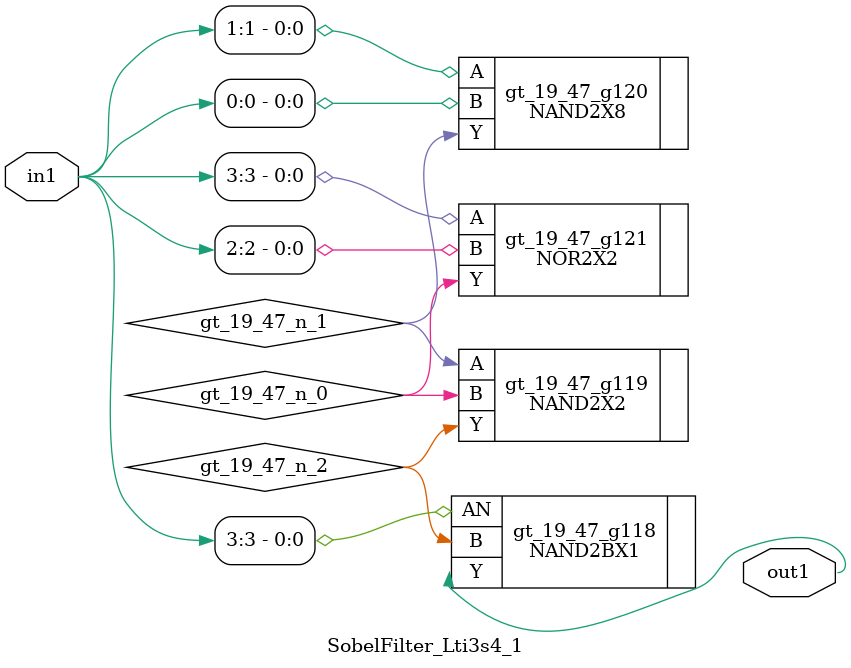
<source format=v>
`timescale 1ps / 1ps


module SobelFilter_Lti3s4_1(in1, out1);
  input [3:0] in1;
  output out1;
  wire [3:0] in1;
  wire out1;
  wire gt_19_47_n_0, gt_19_47_n_1, gt_19_47_n_2;
  NAND2BX1 gt_19_47_g118(.AN (in1[3]), .B (gt_19_47_n_2), .Y (out1));
  NAND2X2 gt_19_47_g119(.A (gt_19_47_n_1), .B (gt_19_47_n_0), .Y
       (gt_19_47_n_2));
  NAND2X8 gt_19_47_g120(.A (in1[1]), .B (in1[0]), .Y (gt_19_47_n_1));
  NOR2X2 gt_19_47_g121(.A (in1[3]), .B (in1[2]), .Y (gt_19_47_n_0));
endmodule



</source>
